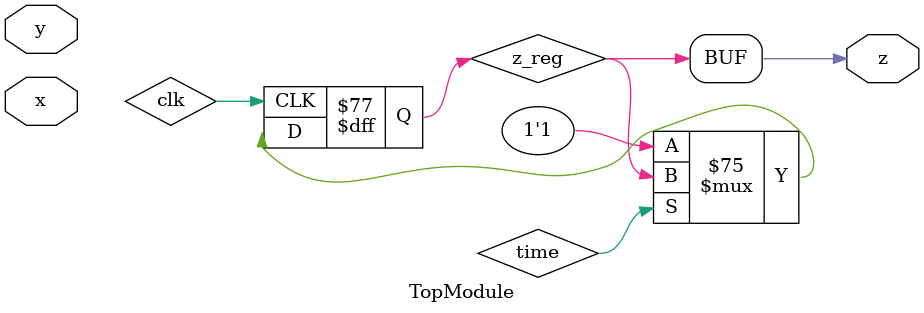
<source format=sv>


module TopModule (
  input x,
  input y,
  output z
);

  reg z_reg;
  always @(posedge clk) begin
    if (time == 0) begin
      z_reg <= 1;
    end else if (time == 5) begin
      z_reg <= 1;
    end else if (time == 10) begin
      z_reg <= 1;
    end else if (time == 15) begin
      z_reg <= 1;
    end else if (time == 20) begin
      z_reg <= 1;
    end else if (time == 25) begin
      z_reg <= 0;
    end else if (time == 30) begin
      z_reg <= 0;
    end else if (time == 35) begin
      z_reg <= 0;
    end else if (time == 40) begin
      z_reg <= 0;
    end else if (time == 45) begin
      z_reg <= 1;
    end else if (time == 50) begin
      z_reg <= 1;
    end else if (time == 55) begin
      z_reg <= 1;
    end else if (time == 60) begin
      z_reg <= 0;
    end else if (time == 65) begin
      z_reg <= 0;
    end else if (time == 70) begin
      z_reg <= 1;
    end else if (time == 75) begin
      z_reg <= 0;
    end else if (time == 80) begin
      z_reg <= 0;
    end else if (time == 85) begin
      z_reg <= 0;
    end else if (time == 90) begin
      z_reg <= 0;
    end
  end
  assign z = z_reg;
endmodule

</source>
